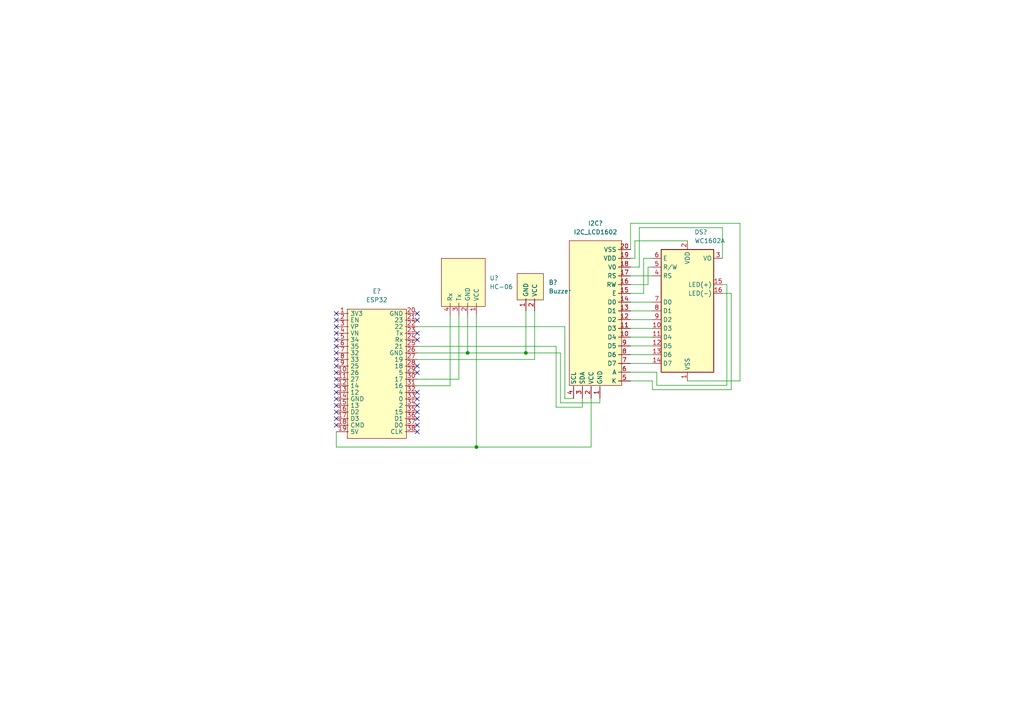
<source format=kicad_sch>
(kicad_sch (version 20211123) (generator eeschema)
  (paper "A4")
  (title_block (title "Rmndr") (company "Dimitar Nikolov & Emil Doychinov"))
  (lib_symbols
    (symbol "Display_Character:WC1602A"
      (property "Reference" "DS" (at -5.842 19.05 0))
      (property "Value" "WC1602A" (at 5.334 19.05 0))
      (symbol "WC1602A_1_1"
        (rectangle (start -7.62 17.78) (end 7.62 -17.78) (stroke (width 0.254)) (fill (type background)))
        (pin power_in line (at 0 -20.32 90) (length 2.54) (name "VSS") (number "1"))
        (pin input line (at -10.16 -5.08 0) (length 2.54) (name "D3") (number "10"))
        (pin input line (at -10.16 -7.62 0) (length 2.54) (name "D4") (number "11"))
        (pin input line (at -10.16 -10.16 0) (length 2.54) (name "D5") (number "12"))
        (pin input line (at -10.16 -12.7 0) (length 2.54) (name "D6") (number "13"))
        (pin input line (at -10.16 -15.24 0) (length 2.54) (name "D7") (number "14"))
        (pin power_in line (at 10.16 7.62 180) (length 2.54) (name "LED(+)") (number "15"))
        (pin power_in line (at 10.16 5.08 180) (length 2.54) (name "LED(-)") (number "16"))
        (pin power_in line (at 0 20.32 270) (length 2.54) (name "VDD") (number "2"))
        (pin input line (at 10.16 15.24 180) (length 2.54) (name "VO") (number "3"))
        (pin input line (at -10.16 10.16 0) (length 2.54) (name "RS") (number "4"))
        (pin input line (at -10.16 12.7 0) (length 2.54) (name "R/W") (number "5"))
        (pin input line (at -10.16 15.24 0) (length 2.54) (name "E") (number "6"))
        (pin input line (at -10.16 2.54 0) (length 2.54) (name "D0") (number "7"))
        (pin input line (at -10.16 0 0) (length 2.54) (name "D1") (number "8"))
        (pin input line (at -10.16 -2.54 0) (length 2.54) (name "D2") (number "9"))
      )
    )
    (symbol "rmndr_components:Buzzer"
      (property "Reference" "B?" (at -3.175 12.065 0))
      (property "Value" "Buzzer" (at -1.27 10.16 0))
      (symbol "Buzzer_0_1"
        (rectangle (start -5.08 8.255) (end 2.54 0.635) (fill (type background)))
      )
      (symbol "Buzzer_1_1"
        (pin input line (at -2.54 -2.54 90) (length 3.54) (name "GND") (number "1"))
        (pin input line (at 0 -2.54 90) (length 3.54) (name "VCC") (number "2"))
      )
    )
    (symbol "rmndr_components:ESP32"
      (property "Reference" "E?" (at -3.175 11.43 0))
      (property "Value" "ESP32" (at -1.27 9.525 0))
      (symbol "ESP32_0_1"
        (rectangle (start -7.62 8.255) (end 9.525 -29.21) (fill (type background)))
      )
      (symbol "ESP32_1_1"
        (pin output line (at -10.795 6.985 0) (length 3.54) (name "3V3") (number "1"))
        (pin bidirectional line (at -10.795 -10.16 0) (length 3.54) (name "26") (number "10"))
        (pin bidirectional line (at -10.795 -12.065 0) (length 3.54) (name "27") (number "11"))
        (pin bidirectional line (at -10.795 -13.97 0) (length 3.54) (name "14") (number "12"))
        (pin bidirectional line (at -10.795 -15.875 0) (length 3.54) (name "12") (number "13"))
        (pin output line (at -10.795 -17.78 0) (length 3.54) (name "GND") (number "14"))
        (pin bidirectional line (at -10.795 -19.685 0) (length 3.54) (name "13") (number "15"))
        (pin bidirectional line (at -10.795 -21.59 0) (length 3.54) (name "D2") (number "16"))
        (pin bidirectional line (at -10.795 -23.495 0) (length 3.54) (name "D3") (number "17"))
        (pin output line (at -10.795 -25.4 0) (length 3.54) (name "CMD") (number "18"))
        (pin output line (at -10.795 -27.305 0) (length 3.54) (name "5V") (number "19"))
        (pin output line (at -10.795 5.08 0) (length 3.54) (name "EN") (number "2"))
        (pin output line (at 12.7 6.985 180) (length 3.54) (name "GND") (number "20"))
        (pin bidirectional line (at 12.7 5.08 180) (length 3.54) (name "23") (number "21"))
        (pin bidirectional line (at 12.7 3.175 180) (length 3.54) (name "22") (number "22"))
        (pin output line (at 12.7 1.27 180) (length 3.54) (name "Tx") (number "23"))
        (pin input line (at 12.7 -0.635 180) (length 3.54) (name "Rx") (number "24"))
        (pin bidirectional line (at 12.7 -2.54 180) (length 3.54) (name "21") (number "25"))
        (pin output line (at 12.7 -4.445 180) (length 3.54) (name "GND") (number "26"))
        (pin bidirectional line (at 12.7 -6.35 180) (length 3.54) (name "19") (number "27"))
        (pin bidirectional line (at 12.7 -8.255 180) (length 3.54) (name "18") (number "28"))
        (pin bidirectional line (at 12.7 -10.16 180) (length 3.54) (name "5") (number "29"))
        (pin output line (at -10.795 3.175 0) (length 3.54) (name "VP") (number "3"))
        (pin bidirectional line (at 12.7 -12.065 180) (length 3.54) (name "17") (number "30"))
        (pin bidirectional line (at 12.7 -13.97 180) (length 3.54) (name "16") (number "31"))
        (pin bidirectional line (at 12.7 -15.875 180) (length 3.54) (name "4") (number "32"))
        (pin bidirectional line (at 12.7 -17.78 180) (length 3.54) (name "0") (number "33"))
        (pin bidirectional line (at 12.7 -19.685 180) (length 3.54) (name "2") (number "34"))
        (pin bidirectional line (at 12.7 -21.59 180) (length 3.54) (name "15") (number "35"))
        (pin bidirectional line (at 12.7 -23.495 180) (length 3.54) (name "D1") (number "36"))
        (pin bidirectional line (at 12.7 -25.4 180) (length 3.54) (name "D0") (number "37"))
        (pin output line (at 12.7 -27.305 180) (length 3.54) (name "CLK") (number "38"))
        (pin output line (at -10.795 1.27 0) (length 3.54) (name "VN") (number "4"))
        (pin bidirectional line (at -10.795 -0.635 0) (length 3.54) (name "34") (number "5"))
        (pin bidirectional line (at -10.795 -2.54 0) (length 3.54) (name "35") (number "6"))
        (pin bidirectional line (at -10.795 -4.445 0) (length 3.54) (name "32") (number "7"))
        (pin bidirectional line (at -10.795 -6.35 0) (length 3.54) (name "33") (number "8"))
        (pin bidirectional line (at -10.795 -8.255 0) (length 3.54) (name "25") (number "9"))
      )
    )
    (symbol "rmndr_components:HC-06"
      (property "Reference" "U?" (at -6.35 16.51 0))
      (property "Value" "HC-06" (at -6.35 13.97 0))
      (symbol "HC-06_0_1"
        (rectangle (start -7.62 11.43) (end 5.08 -2.54) (fill (type background)))
      )
      (symbol "HC-06_1_1"
        (pin input line (at 2.54 -5.08 90) (length 3.54) (name "VCC") (number "1"))
        (pin input line (at 0 -5.08 90) (length 3.54) (name "GND") (number "2"))
        (pin output line (at -2.54 -5.08 90) (length 3.54) (name "Tx") (number "3"))
        (pin input line (at -5.08 -5.08 90) (length 3.54) (name "Rx") (number "4"))
      )
    )
    (symbol "rmndr_components:I2C_LCD1602"
      (property "Reference" "U?" (at -5.08 26.67 0))
      (property "Value" "I2C_LCD1602" (at 0 24.13 0))
      (symbol "I2C_LCD1602_0_1"
        (rectangle (start -7.62 22.86) (end 7.62 -19.05) (fill (type background)))
      )
      (symbol "I2C_LCD1602_1_1"
        (pin input line (at 1.27 -22.86 90) (length 3.54) (name "GND") (number "1"))
        (pin output line (at 10.16 -5.08 180) (length 3.54) (name "D4") (number "10"))
        (pin output line (at 10.16 -2.54 180) (length 3.54) (name "D3") (number "11"))
        (pin output line (at 10.16 0 180) (length 3.54) (name "D2") (number "12"))
        (pin output line (at 10.16 2.54 180) (length 3.54) (name "D1") (number "13"))
        (pin output line (at 10.16 5.08 180) (length 3.54) (name "D0") (number "14"))
        (pin output line (at 10.16 7.62 180) (length 3.54) (name "E") (number "15"))
        (pin output line (at 10.16 10.16 180) (length 3.54) (name "RW") (number "16"))
        (pin output line (at 10.16 12.7 180) (length 3.54) (name "RS") (number "17"))
        (pin output line (at 10.16 15.24 180) (length 3.54) (name "V0") (number "18"))
        (pin output line (at 10.16 17.78 180) (length 3.54) (name "VDD") (number "19"))
        (pin input line (at -1.27 -22.86 90) (length 3.54) (name "VCC") (number "2"))
        (pin output line (at 10.16 20.32 180) (length 3.54) (name "VSS") (number "20"))
        (pin input line (at -3.81 -22.86 90) (length 3.54) (name "SDA") (number "3"))
        (pin input line (at -6.35 -22.86 90) (length 3.54) (name "SCL") (number "4"))
        (pin output line (at 10.16 -17.78 180) (length 3.54) (name "K") (number "5"))
        (pin output line (at 10.16 -15.24 180) (length 3.54) (name "A") (number "6"))
        (pin output line (at 10.16 -12.7 180) (length 3.54) (name "D7") (number "7"))
        (pin output line (at 10.16 -10.16 180) (length 3.54) (name "D6") (number "8"))
        (pin output line (at 10.16 -7.62 180) (length 3.54) (name "D5") (number "9"))
      )
    )
  )
  (junction (at 138.176 129.667))
  (junction (at 152.527 102.362))
  (junction (at 135.636 102.362))
  (no_connect (at 97.536 106.172))
  (no_connect (at 121.031 106.172))
  (no_connect (at 97.536 90.932))
  (no_connect (at 121.031 121.412))
  (no_connect (at 97.536 108.077))
  (no_connect (at 121.031 117.602))
  (no_connect (at 121.031 90.932))
  (no_connect (at 121.031 92.837))
  (no_connect (at 97.536 111.887))
  (no_connect (at 97.536 96.647))
  (no_connect (at 121.031 115.697))
  (no_connect (at 97.536 92.837))
  (no_connect (at 121.031 113.792))
  (no_connect (at 97.536 100.457))
  (no_connect (at 97.536 98.552))
  (no_connect (at 97.536 119.507))
  (no_connect (at 121.031 123.317))
  (no_connect (at 97.536 102.362))
  (no_connect (at 97.536 113.792))
  (no_connect (at 97.536 104.267))
  (no_connect (at 121.031 96.647))
  (no_connect (at 121.031 98.552))
  (no_connect (at 121.031 119.507))
  (no_connect (at 97.536 123.317))
  (no_connect (at 97.536 121.412))
  (no_connect (at 121.031 125.222))
  (no_connect (at 97.536 117.602))
  (no_connect (at 121.031 108.077))
  (no_connect (at 97.536 109.982))
  (no_connect (at 97.536 115.697))
  (no_connect (at 97.536 94.742))
  (wire (pts (xy 182.88 92.71) (xy 189.23 92.71)))
  (wire (pts (xy 210.82 111.76) (xy 190.5 111.76)))
  (wire (pts (xy 199.39 110.49) (xy 214.63 110.49)))
  (wire (pts (xy 173.99 116.84) (xy 162.56 116.84)))
  (wire (pts (xy 162.56 116.84) (xy 162.56 102.362)))
  (wire (pts (xy 189.23 113.03) (xy 212.09 113.03)))
  (wire (pts (xy 161.29 118.11) (xy 161.29 100.457)))
  (wire (pts (xy 182.88 64.77) (xy 182.88 72.39)))
  (wire (pts (xy 185.42 66.04) (xy 185.42 77.47)))
  (wire (pts (xy 163.83 94.742) (xy 121.031 94.742)))
  (wire (pts (xy 152.527 90.17) (xy 152.527 102.362)))
  (wire (pts (xy 187.96 77.47) (xy 189.23 77.47)))
  (wire (pts (xy 166.37 115.57) (xy 163.83 115.57)))
  (wire (pts (xy 187.96 82.55) (xy 187.96 77.47)))
  (wire (pts (xy 161.29 100.457) (xy 121.031 100.457)))
  (wire (pts (xy 182.88 87.63) (xy 189.23 87.63)))
  (wire (pts (xy 209.55 74.93) (xy 209.55 66.04)))
  (wire (pts (xy 135.636 102.362) (xy 152.527 102.362)))
  (wire (pts (xy 182.88 82.55) (xy 187.96 82.55)))
  (wire (pts (xy 184.15 69.85) (xy 199.39 69.85)))
  (wire (pts (xy 214.63 110.49) (xy 214.63 64.77)))
  (wire (pts (xy 184.15 74.93) (xy 184.15 69.85)))
  (wire (pts (xy 190.5 107.95) (xy 182.88 107.95)))
  (wire (pts (xy 182.88 77.47) (xy 185.42 77.47)))
  (wire (pts (xy 97.536 129.667) (xy 97.536 125.222)))
  (wire (pts (xy 130.556 111.887) (xy 121.031 111.887)))
  (wire (pts (xy 133.096 91.44) (xy 133.096 109.982)))
  (wire (pts (xy 168.91 115.57) (xy 168.91 118.11)))
  (wire (pts (xy 171.45 115.57) (xy 171.45 129.667)))
  (wire (pts (xy 182.88 102.87) (xy 189.23 102.87)))
  (wire (pts (xy 182.88 95.25) (xy 189.23 95.25)))
  (wire (pts (xy 182.88 90.17) (xy 189.23 90.17)))
  (wire (pts (xy 152.527 102.362) (xy 162.56 102.362)))
  (wire (pts (xy 155.067 90.17) (xy 155.067 104.267)))
  (wire (pts (xy 209.55 82.55) (xy 210.82 82.55)))
  (wire (pts (xy 173.99 115.57) (xy 173.99 116.84)))
  (wire (pts (xy 182.88 97.79) (xy 189.23 97.79)))
  (wire (pts (xy 163.83 115.57) (xy 163.83 94.742)))
  (wire (pts (xy 210.82 82.55) (xy 210.82 111.76)))
  (wire (pts (xy 182.88 100.33) (xy 189.23 100.33)))
  (wire (pts (xy 155.067 104.267) (xy 121.031 104.267)))
  (wire (pts (xy 138.176 91.44) (xy 138.176 129.667)))
  (wire (pts (xy 130.556 91.44) (xy 130.556 111.887)))
  (wire (pts (xy 190.5 111.76) (xy 190.5 107.95)))
  (wire (pts (xy 182.88 105.41) (xy 189.23 105.41)))
  (wire (pts (xy 121.031 102.362) (xy 135.636 102.362)))
  (wire (pts (xy 171.45 129.667) (xy 138.176 129.667)))
  (wire (pts (xy 168.91 118.11) (xy 161.29 118.11)))
  (wire (pts (xy 209.55 66.04) (xy 185.42 66.04)))
  (wire (pts (xy 182.88 85.09) (xy 186.69 85.09)))
  (wire (pts (xy 209.55 85.09) (xy 212.09 85.09)))
  (wire (pts (xy 189.23 110.49) (xy 189.23 113.03)))
  (wire (pts (xy 189.23 74.93) (xy 186.69 74.93)))
  (wire (pts (xy 212.09 113.03) (xy 212.09 85.09)))
  (wire (pts (xy 135.636 91.44) (xy 135.636 102.362)))
  (wire (pts (xy 182.88 110.49) (xy 189.23 110.49)))
  (wire (pts (xy 182.88 80.01) (xy 189.23 80.01)))
  (wire (pts (xy 182.88 74.93) (xy 184.15 74.93)))
  (wire (pts (xy 138.176 129.667) (xy 97.536 129.667)))
  (wire (pts (xy 186.69 74.93) (xy 186.69 85.09)))
  (wire (pts (xy 214.63 64.77) (xy 182.88 64.77)))
  (wire (pts (xy 133.096 109.982) (xy 121.031 109.982)))
  (symbol (lib_id "rmndr_components:HC-06") (at 135.636 86.36 0) (unit 1)
    (property "Reference" "U?" (at 141.986 80.6449 0) (effects (justify left)))
    (property "Value" "HC-06" (at 141.986 83.1849 0) (effects (justify left)))
  )
  (symbol (lib_id "rmndr_components:I2C_LCD1602") (at 172.72 92.71 0) (unit 1)
    (property "Reference" "I2C?" (at 172.72 64.77 0))
    (property "Value" "I2C_LCD1602" (at 172.72 67.31 0))
  )
  (symbol (lib_id "rmndr_components:Buzzer") (at 155.067 87.63 0) (unit 1)
    (property "Reference" "B?" (at 159.131 81.9149 0) (effects (justify left)))
    (property "Value" "Buzzer" (at 159.131 84.4549 0) (effects (justify left)))
  )
  (symbol (lib_id "Display_Character:WC1602A") (at 199.39 90.17 0) (unit 1)
    (property "Reference" "DS?" (at 201.4094 67.31 0) (effects (justify left)))
    (property "Value" "WC1602A" (at 201.4094 69.85 0) (effects (justify left)))
    (property "Footprint" "Display:WC1602A" (effects hide))
    (property "Datasheet" "http://www.wincomlcd.com/pdf/WC1602A-SFYLYHTC06.pdf" (effects hide))
  )
  (symbol (lib_id "rmndr_components:ESP32") (at 108.331 97.917 0) (unit 1)
    (property "Reference" "E?" (at 109.2835 84.455 0))
    (property "Value" "ESP32" (at 109.2835 86.995 0))
  )
)
</source>
